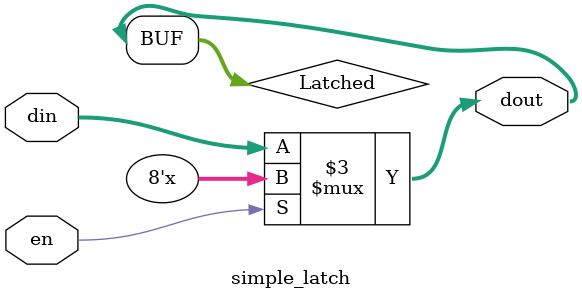
<source format=v>
module simple_latch # (parameter WIDTH = 8) 
(
 input  en,
 input  [WIDTH-1:0] din,
 output [WIDTH-1:0] dout 
 );

reg [WIDTH-1:0] Latched; 

always @(en) if(~en) Latched <= din;

assign dout = Latched;

endmodule
</source>
